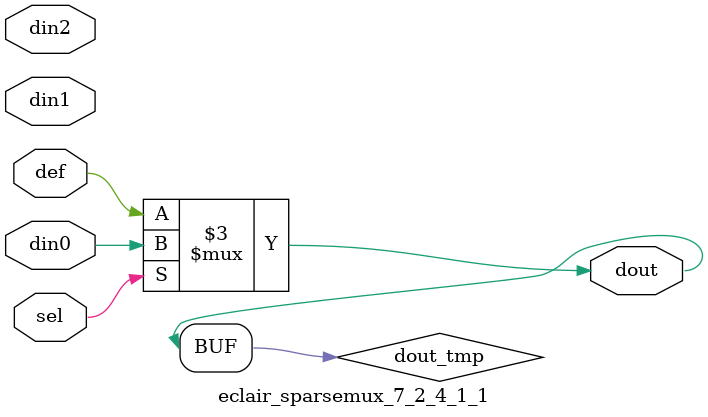
<source format=v>
`timescale 1ns / 1ps

module eclair_sparsemux_7_2_4_1_1 (din0,din1,din2,def,sel,dout);

parameter din0_WIDTH = 1;

parameter din1_WIDTH = 1;

parameter din2_WIDTH = 1;

parameter def_WIDTH = 1;
parameter sel_WIDTH = 1;
parameter dout_WIDTH = 1;

parameter [sel_WIDTH-1:0] CASE0 = 1;

parameter [sel_WIDTH-1:0] CASE1 = 1;

parameter [sel_WIDTH-1:0] CASE2 = 1;

parameter ID = 1;
parameter NUM_STAGE = 1;



input [din0_WIDTH-1:0] din0;

input [din1_WIDTH-1:0] din1;

input [din2_WIDTH-1:0] din2;

input [def_WIDTH-1:0] def;
input [sel_WIDTH-1:0] sel;

output [dout_WIDTH-1:0] dout;



reg [dout_WIDTH-1:0] dout_tmp;


always @ (*) begin
(* parallel_case *) case (sel)
    
    CASE0 : dout_tmp = din0;
    
    CASE1 : dout_tmp = din1;
    
    CASE2 : dout_tmp = din2;
    
    default : dout_tmp = def;
endcase
end


assign dout = dout_tmp;



endmodule

</source>
